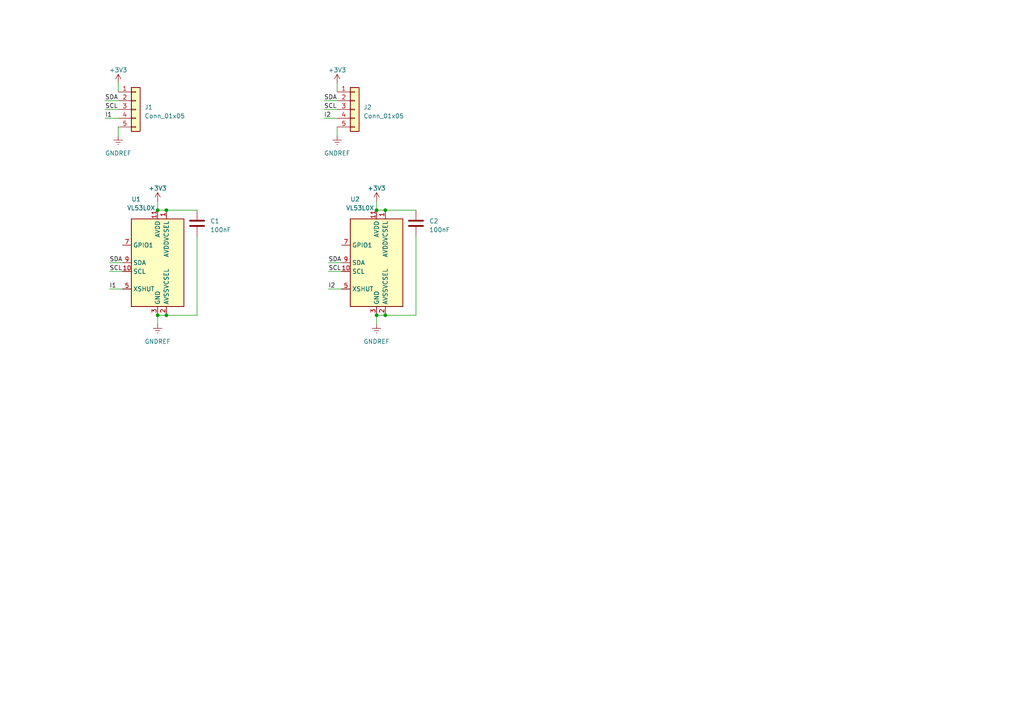
<source format=kicad_sch>
(kicad_sch (version 20210406) (generator eeschema)
  (paper "A4")
  (lib_symbols
    (symbol "Connector_Generic:Conn_01x05" (pin_names (offset 1.016) hide)
      (property "Reference" "J" (at 0 7.62 0))
      (property "Value" "Conn_01x05" (at 0 -7.62 0))
      (symbol "Conn_01x05_1_1"
        (rectangle (start -1.27 -4.953) (end 0 -5.207) (stroke (width 0.1524)))
        (rectangle (start -1.27 -2.413) (end 0 -2.667) (stroke (width 0.1524)))
        (rectangle (start -1.27 0.127) (end 0 -0.127) (stroke (width 0.1524)))
        (rectangle (start -1.27 2.667) (end 0 2.413) (stroke (width 0.1524)))
        (rectangle (start -1.27 5.207) (end 0 4.953) (stroke (width 0.1524)))
        (rectangle (start -1.27 6.35) (end 1.27 -6.35) (stroke (width 0.254)) (fill (type background)))
        (pin passive line (at -5.08 5.08 0) (length 3.81) (name "Pin_1") (number "1"))
        (pin passive line (at -5.08 2.54 0) (length 3.81) (name "Pin_2") (number "2"))
        (pin passive line (at -5.08 0 0) (length 3.81) (name "Pin_3") (number "3"))
        (pin passive line (at -5.08 -2.54 0) (length 3.81) (name "Pin_4") (number "4"))
        (pin passive line (at -5.08 -5.08 0) (length 3.81) (name "Pin_5") (number "5"))
      )
    )
    (symbol "Device:C" (pin_numbers hide) (pin_names (offset 0.254))
      (property "Reference" "C" (at 0.635 2.54 0))
      (property "Value" "C" (at 0.635 -2.54 0))
      (symbol "C_0_1"
        (polyline (pts (xy -2.032 -0.762) (xy 2.032 -0.762)) (stroke (width 0.508)))
        (polyline (pts (xy -2.032 0.762) (xy 2.032 0.762)) (stroke (width 0.508)))
      )
      (symbol "C_1_1"
        (pin passive line (at 0 3.81 270) (length 2.794) (name "~") (number "1"))
        (pin passive line (at 0 -3.81 90) (length 2.794) (name "~") (number "2"))
      )
    )
    (symbol "power:+3.3V" (power) (pin_names (offset 0))
      (property "Value" "+3.3V" (at 0 3.556 0))
      (symbol "+3.3V_0_1"
        (polyline (pts (xy -0.762 1.27) (xy 0 2.54)))
        (polyline (pts (xy 0 0) (xy 0 2.54)))
        (polyline (pts (xy 0 2.54) (xy 0.762 1.27)))
      )
      (symbol "+3.3V_1_1"
        (pin power_in line (at 0 0 90) (length 0) hide (name "+3V3") (number "1"))
      )
    )
    (symbol "power:GNDREF" (power) (pin_names (offset 0))
      (property "Value" "GNDREF" (at 0 -3.81 0))
      (symbol "GNDREF_0_1"
        (polyline (pts (xy -0.635 -1.905) (xy 0.635 -1.905)))
        (polyline (pts (xy -0.127 -2.54) (xy 0.127 -2.54)))
        (polyline (pts (xy 0 -1.27) (xy 0 0)))
        (polyline (pts (xy 1.27 -1.27) (xy -1.27 -1.27)))
      )
      (symbol "GNDREF_1_1"
        (pin power_in line (at 0 0 270) (length 0) hide (name "GNDREF") (number "1"))
      )
    )
    (symbol "shurik-personal:VL53L0X"
      (property "Reference" "U" (at -6.35 13.97 0))
      (property "Value" "VL53L0X" (at 12.065 13.97 0))
      (symbol "VL53L0X_0_1"
        (rectangle (start -7.62 12.7) (end 7.62 -12.7) (stroke (width 0.254)) (fill (type background)))
      )
      (symbol "VL53L0X_1_1"
        (pin power_in line (at 2.54 15.24 270) (length 2.54) (name "AVDDVCSEL") (number "1"))
        (pin input line (at -10.16 -2.54 0) (length 2.54) (name "SCL") (number "10"))
        (pin power_in line (at 0 15.24 270) (length 2.54) (name "AVDD") (number "11"))
        (pin passive line (at 0 -15.24 90) (length 2.54) hide (name "GND") (number "12"))
        (pin power_in line (at 2.54 -15.24 90) (length 2.54) (name "AVSSVCSEL") (number "2"))
        (pin power_in line (at 0 -15.24 90) (length 2.54) (name "GND") (number "3"))
        (pin passive line (at 0 -15.24 90) (length 2.54) hide (name "GND") (number "4"))
        (pin input line (at -10.16 -7.62 0) (length 2.54) (name "XSHUT") (number "5"))
        (pin passive line (at 0 -15.24 90) (length 2.54) hide (name "GND") (number "6"))
        (pin open_collector line (at -10.16 5.08 0) (length 2.54) (name "GPIO1") (number "7"))
        (pin no_connect line (at -7.62 7.62 0) (length 2.54) hide (name "DNC") (number "8"))
        (pin bidirectional line (at -10.16 0 0) (length 2.54) (name "SDA") (number "9"))
      )
    )
  )
  (junction (at 45.72 60.96) (diameter 0.9144))
  (junction (at 45.72 91.44) (diameter 0.9144))
  (junction (at 48.26 60.96) (diameter 0.9144))
  (junction (at 48.26 91.44) (diameter 0.9144))
  (junction (at 109.22 60.96) (diameter 0.9144))
  (junction (at 109.22 91.44) (diameter 0.9144))
  (junction (at 111.76 60.96) (diameter 0.9144))
  (junction (at 111.76 91.44) (diameter 0.9144))
  (wire (pts (xy 30.48 29.21) (xy 34.29 29.21)))
  (wire (pts (xy 30.48 31.75) (xy 34.29 31.75)))
  (wire (pts (xy 30.48 34.29) (xy 34.29 34.29)))
  (wire (pts (xy 31.75 76.2) (xy 35.56 76.2)))
  (wire (pts (xy 31.75 78.74) (xy 35.56 78.74)))
  (wire (pts (xy 31.75 83.82) (xy 35.56 83.82)))
  (wire (pts (xy 34.29 24.13) (xy 34.29 26.67)))
  (wire (pts (xy 34.29 36.83) (xy 34.29 39.37)))
  (wire (pts (xy 45.72 58.42) (xy 45.72 60.96)))
  (wire (pts (xy 45.72 60.96) (xy 48.26 60.96)))
  (wire (pts (xy 45.72 91.44) (xy 45.72 93.98)))
  (wire (pts (xy 45.72 91.44) (xy 48.26 91.44)))
  (wire (pts (xy 48.26 60.96) (xy 57.15 60.96)))
  (wire (pts (xy 48.26 91.44) (xy 57.15 91.44)))
  (wire (pts (xy 57.15 91.44) (xy 57.15 68.58)))
  (wire (pts (xy 93.98 29.21) (xy 97.79 29.21)))
  (wire (pts (xy 93.98 31.75) (xy 97.79 31.75)))
  (wire (pts (xy 93.98 34.29) (xy 97.79 34.29)))
  (wire (pts (xy 95.25 76.2) (xy 99.06 76.2)))
  (wire (pts (xy 95.25 78.74) (xy 99.06 78.74)))
  (wire (pts (xy 95.25 83.82) (xy 99.06 83.82)))
  (wire (pts (xy 97.79 24.13) (xy 97.79 26.67)))
  (wire (pts (xy 97.79 36.83) (xy 97.79 39.37)))
  (wire (pts (xy 109.22 58.42) (xy 109.22 60.96)))
  (wire (pts (xy 109.22 60.96) (xy 111.76 60.96)))
  (wire (pts (xy 109.22 91.44) (xy 109.22 93.98)))
  (wire (pts (xy 109.22 91.44) (xy 111.76 91.44)))
  (wire (pts (xy 111.76 60.96) (xy 120.65 60.96)))
  (wire (pts (xy 111.76 91.44) (xy 120.65 91.44)))
  (wire (pts (xy 120.65 91.44) (xy 120.65 68.58)))
  (label "SDA" (at 30.48 29.21 0))
  (label "SCL" (at 30.48 31.75 0))
  (label "I1" (at 30.48 34.29 0))
  (label "SDA" (at 31.75 76.2 0))
  (label "SCL" (at 31.75 78.74 0))
  (label "I1" (at 31.75 83.82 0))
  (label "SDA" (at 93.98 29.21 0))
  (label "SCL" (at 93.98 31.75 0))
  (label "I2" (at 93.98 34.29 0))
  (label "SDA" (at 95.25 76.2 0))
  (label "SCL" (at 95.25 78.74 0))
  (label "I2" (at 95.25 83.82 0))
  (symbol (lib_id "power:+3.3V") (at 34.29 24.13 0) (unit 1)
    (property "Reference" "#PWR0106" (effects hide))
    (property "Value" "+3.3V" (at 34.29 20.32 0))
  )
  (symbol (lib_id "power:+3.3V") (at 45.72 58.42 0) (unit 1)
    (property "Reference" "#PWR0102" (effects hide))
    (property "Value" "+3.3V" (at 45.72 54.61 0))
  )
  (symbol (lib_id "power:+3.3V") (at 97.79 24.13 0) (unit 1)
    (property "Reference" "#PWR0105" (effects hide))
    (property "Value" "+3.3V" (at 97.79 20.32 0))
  )
  (symbol (lib_id "power:+3.3V") (at 109.22 58.42 0) (unit 1)
    (property "Reference" "#PWR0103" (effects hide))
    (property "Value" "+3.3V" (at 109.22 54.61 0))
  )
  (symbol (lib_id "power:GNDREF") (at 34.29 39.37 0) (unit 1)
    (property "Reference" "#PWR0108" (effects hide))
    (property "Value" "GNDREF" (at 34.29 44.45 0))
  )
  (symbol (lib_id "power:GNDREF") (at 45.72 93.98 0) (unit 1)
    (property "Reference" "#PWR0101" (effects hide))
    (property "Value" "GNDREF" (at 45.72 99.06 0))
  )
  (symbol (lib_id "power:GNDREF") (at 97.79 39.37 0) (unit 1)
    (property "Reference" "#PWR0107" (effects hide))
    (property "Value" "GNDREF" (at 97.79 44.45 0))
  )
  (symbol (lib_id "power:GNDREF") (at 109.22 93.98 0) (unit 1)
    (property "Reference" "#PWR0104" (effects hide))
    (property "Value" "GNDREF" (at 109.22 99.06 0))
  )
  (symbol (lib_id "Device:C") (at 57.15 64.77 0) (unit 1)
    (property "Reference" "C1" (at 60.96 64.1349 0) (effects (justify left)))
    (property "Value" "100nF" (at 60.96 66.6749 0) (effects (justify left)))
    (property "Footprint" "Capacitor_SMD:C_0603_1608Metric" (effects hide))
  )
  (symbol (lib_id "Device:C") (at 120.65 64.77 0) (unit 1)
    (property "Reference" "C2" (at 124.46 64.1349 0) (effects (justify left)))
    (property "Value" "100nF" (at 124.46 66.6749 0) (effects (justify left)))
    (property "Footprint" "Capacitor_SMD:C_0603_1608Metric" (effects hide))
  )
  (symbol (lib_id "Connector_Generic:Conn_01x05") (at 39.37 31.75 0) (unit 1)
    (property "Reference" "J1" (at 41.91 31.1149 0) (effects (justify left)))
    (property "Value" "Conn_01x05" (at 41.91 33.6549 0) (effects (justify left)))
    (property "Footprint" "Connector_PinSocket_2.54mm:PinSocket_1x05_P2.54mm_Horizontal" (effects hide))
  )
  (symbol (lib_id "Connector_Generic:Conn_01x05") (at 102.87 31.75 0) (unit 1)
    (property "Reference" "J2" (at 105.41 31.1149 0) (effects (justify left)))
    (property "Value" "Conn_01x05" (at 105.41 33.6549 0) (effects (justify left)))
    (property "Footprint" "Connector_PinSocket_2.54mm:PinSocket_1x05_P2.54mm_Horizontal" (effects hide))
  )
  (symbol (lib_id "shurik-personal:VL53L0X") (at 45.72 76.2 0) (unit 1)
    (property "Reference" "U1" (at 38.1 57.7849 0) (effects (justify left)))
    (property "Value" "VL53L0X" (at 36.83 60.3249 0) (effects (justify left)))
    (property "Footprint" "Sensor_Distance:ST_VL53L1x" (effects hide))
    (property "Datasheet" "https://www.st.com/resource/en/datasheet/vl53l0x.pdf" (effects hide))
  )
  (symbol (lib_id "shurik-personal:VL53L0X") (at 109.22 76.2 0) (unit 1)
    (property "Reference" "U2" (at 101.6 57.7849 0) (effects (justify left)))
    (property "Value" "VL53L0X" (at 100.33 60.3249 0) (effects (justify left)))
    (property "Footprint" "Sensor_Distance:ST_VL53L1x" (effects hide))
    (property "Datasheet" "https://www.st.com/resource/en/datasheet/vl53l0x.pdf" (effects hide))
  )
)
</source>
